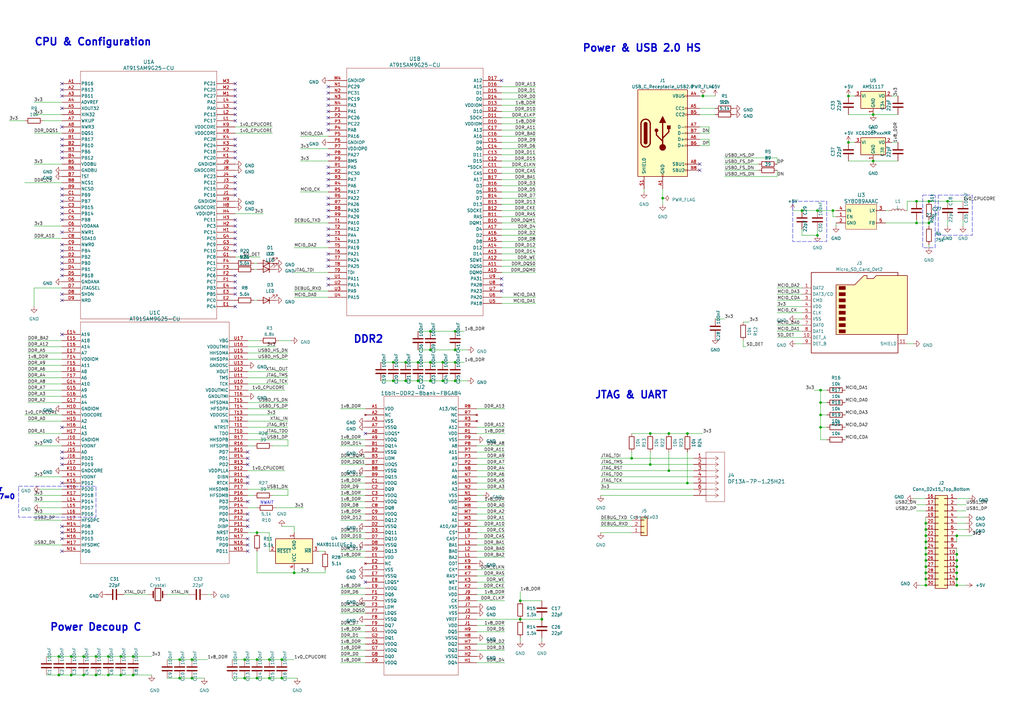
<source format=kicad_sch>
(kicad_sch (version 20230121) (generator eeschema)
  (paper "A3")
  (junction (at 176.53 148.59))
  (junction (at 39.37 269.24))
  (junction (at 288.29 39.37))
  (junction (at 44.45 269.24))
  (junction (at 54.61 276.86))
  (junction (at 335.28 86.36))
  (junction (at 24.13 276.86))
  (junction (at 381 91.44))
  (junction (at 379.73 234.95))
  (junction (at 29.21 269.24))
  (junction (at 110.49 278.13))
  (junction (at 392.43 237.49))
  (junction (at 336.55 175.26))
  (junction (at 379.73 217.17))
  (junction (at 105.41 270.51))
  (junction (at 73.66 270.51))
  (junction (at 171.45 148.59))
  (junction (at 34.29 276.86))
  (junction (at 274.32 193.04))
  (junction (at 176.53 135.89))
  (junction (at 266.7 177.8))
  (junction (at 271.78 81.28))
  (junction (at 379.73 214.63))
  (junction (at 49.53 276.86))
  (junction (at 49.53 269.24))
  (junction (at 379.73 224.79))
  (junction (at 379.73 237.49))
  (junction (at 392.43 229.87))
  (junction (at 54.61 269.24))
  (junction (at 115.57 270.51))
  (junction (at 392.43 232.41))
  (junction (at 336.55 160.02))
  (junction (at 120.65 234.95))
  (junction (at 266.7 190.5))
  (junction (at 379.73 240.03))
  (junction (at 73.66 278.13))
  (junction (at 222.25 254))
  (junction (at 379.73 222.25))
  (junction (at 24.13 269.24))
  (junction (at 392.43 240.03))
  (junction (at 186.69 143.51))
  (junction (at 379.73 219.71))
  (junction (at 347.98 39.37))
  (junction (at 100.33 278.13))
  (junction (at 166.37 148.59))
  (junction (at 336.55 165.1))
  (junction (at 186.69 135.89))
  (junction (at 171.45 156.21))
  (junction (at 176.53 156.21))
  (junction (at 274.32 177.8))
  (junction (at 105.41 218.44))
  (junction (at 176.53 143.51))
  (junction (at 39.37 276.86))
  (junction (at 161.29 148.59))
  (junction (at 379.73 232.41))
  (junction (at 34.29 269.24))
  (junction (at 375.92 91.44))
  (junction (at 392.43 234.95))
  (junction (at 186.69 148.59))
  (junction (at 381 82.55))
  (junction (at 213.36 246.38))
  (junction (at 181.61 156.21))
  (junction (at 336.55 170.18))
  (junction (at 100.33 270.51))
  (junction (at 328.93 86.36))
  (junction (at 388.62 82.55))
  (junction (at 29.21 276.86))
  (junction (at 341.63 86.36))
  (junction (at 375.92 82.55))
  (junction (at 78.74 278.13))
  (junction (at 392.43 227.33))
  (junction (at 213.36 254))
  (junction (at 392.43 219.71))
  (junction (at 105.41 278.13))
  (junction (at 335.28 96.52))
  (junction (at 44.45 276.86))
  (junction (at 281.94 177.8))
  (junction (at 110.49 270.51))
  (junction (at 379.73 227.33))
  (junction (at 358.14 66.04))
  (junction (at 259.08 187.96))
  (junction (at 78.74 270.51))
  (junction (at 358.14 46.99))
  (junction (at 181.61 148.59))
  (junction (at 379.73 229.87))
  (junction (at 161.29 156.21))
  (junction (at 281.94 198.12))
  (junction (at 347.98 58.42))
  (junction (at 166.37 156.21))
  (junction (at 115.57 278.13))
  (junction (at 186.69 156.21))
  (no_connect (at 134.62 86.36))
  (no_connect (at 134.62 71.12))
  (no_connect (at 287.02 69.85))
  (no_connect (at 25.4 36.83))
  (no_connect (at 134.62 96.52))
  (no_connect (at 25.4 105.41))
  (no_connect (at 96.52 118.11))
  (no_connect (at 96.52 64.77))
  (no_connect (at 25.4 34.29))
  (no_connect (at 96.52 36.83))
  (no_connect (at 134.62 63.5))
  (no_connect (at 134.62 93.98))
  (no_connect (at 101.6 195.58))
  (no_connect (at 134.62 50.8))
  (no_connect (at 96.52 115.57))
  (no_connect (at 25.4 226.06))
  (no_connect (at 25.4 52.07))
  (no_connect (at 25.4 120.65))
  (no_connect (at 25.4 59.69))
  (no_connect (at 25.4 110.49))
  (no_connect (at 101.6 215.9))
  (no_connect (at 134.62 43.18))
  (no_connect (at 101.6 205.74))
  (no_connect (at 101.6 223.52))
  (no_connect (at 134.62 109.22))
  (no_connect (at 205.74 119.38))
  (no_connect (at 101.6 198.12))
  (no_connect (at 96.52 113.03))
  (no_connect (at 134.62 81.28))
  (no_connect (at 134.62 73.66))
  (no_connect (at 25.4 100.33))
  (no_connect (at 25.4 187.96))
  (no_connect (at 25.4 77.47))
  (no_connect (at 96.52 74.93))
  (no_connect (at 96.52 41.91))
  (no_connect (at 96.52 46.99))
  (no_connect (at 25.4 123.19))
  (no_connect (at 96.52 102.87))
  (no_connect (at 101.6 226.06))
  (no_connect (at 205.74 114.3))
  (no_connect (at 149.86 238.76))
  (no_connect (at 25.4 113.03))
  (no_connect (at 134.62 88.9))
  (no_connect (at 101.6 190.5))
  (no_connect (at 96.52 72.39))
  (no_connect (at 25.4 107.95))
  (no_connect (at 101.6 187.96))
  (no_connect (at 96.52 44.45))
  (no_connect (at 134.62 35.56))
  (no_connect (at 205.74 33.02))
  (no_connect (at 96.52 90.17))
  (no_connect (at 25.4 90.17))
  (no_connect (at 96.52 80.01))
  (no_connect (at 101.6 185.42))
  (no_connect (at 25.4 80.01))
  (no_connect (at 134.62 76.2))
  (no_connect (at 96.52 34.29))
  (no_connect (at 25.4 190.5))
  (no_connect (at 96.52 77.47))
  (no_connect (at 134.62 116.84))
  (no_connect (at 96.52 97.79))
  (no_connect (at 25.4 87.63))
  (no_connect (at 101.6 213.36))
  (no_connect (at 134.62 83.82))
  (no_connect (at 96.52 120.65))
  (no_connect (at 25.4 185.42))
  (no_connect (at 287.02 67.31))
  (no_connect (at 101.6 220.98))
  (no_connect (at 149.86 177.8))
  (no_connect (at 96.52 125.73))
  (no_connect (at 205.74 116.84))
  (no_connect (at 25.4 95.25))
  (no_connect (at 96.52 95.25))
  (no_connect (at 25.4 220.98))
  (no_connect (at 134.62 99.06))
  (no_connect (at 134.62 114.3))
  (no_connect (at 25.4 39.37))
  (no_connect (at 134.62 106.68))
  (no_connect (at 96.52 62.23))
  (no_connect (at 25.4 175.26))
  (no_connect (at 134.62 104.14))
  (no_connect (at 96.52 59.69))
  (no_connect (at 25.4 64.77))
  (no_connect (at 96.52 92.71))
  (no_connect (at 96.52 49.53))
  (no_connect (at 25.4 102.87))
  (no_connect (at 25.4 62.23))
  (no_connect (at 134.62 53.34))
  (no_connect (at 134.62 40.64))
  (no_connect (at 25.4 85.09))
  (no_connect (at 96.52 39.37))
  (no_connect (at 134.62 45.72))
  (no_connect (at 134.62 48.26))
  (no_connect (at 134.62 38.1))
  (no_connect (at 25.4 198.12))
  (no_connect (at 25.4 137.16))
  (no_connect (at 96.52 100.33))
  (no_connect (at 25.4 44.45))
  (no_connect (at 25.4 82.55))
  (no_connect (at 96.52 57.15))
  (no_connect (at 134.62 68.58))
  (no_connect (at 25.4 218.44))
  (no_connect (at 25.4 57.15))
  (no_connect (at 25.4 215.9))
  (no_connect (at 101.6 210.82))
  (wire (pts (xy 106.68 139.7) (xy 101.6 139.7)))
  (wire (pts (xy 264.16 78.74) (xy 264.16 77.47)))
  (wire (pts (xy 195.58 264.16) (xy 207.01 264.16)))
  (wire (pts (xy 54.61 269.24) (xy 62.23 269.24)))
  (wire (pts (xy 11.43 149.86) (xy 25.4 149.86)))
  (wire (pts (xy 34.29 276.86) (xy 39.37 276.86)))
  (wire (pts (xy 101.6 208.28) (xy 105.41 208.28)))
  (wire (pts (xy 347.98 39.37) (xy 350.52 39.37)))
  (wire (pts (xy 118.11 203.2) (xy 118.11 200.66)))
  (wire (pts (xy 379.73 234.95) (xy 379.73 237.49)))
  (wire (pts (xy 328.93 96.52) (xy 335.28 96.52)))
  (wire (pts (xy 34.29 269.24) (xy 39.37 269.24)))
  (wire (pts (xy 246.38 187.96) (xy 259.08 187.96)))
  (wire (pts (xy 11.43 144.78) (xy 25.4 144.78)))
  (wire (pts (xy 379.73 232.41) (xy 379.73 234.95)))
  (wire (pts (xy 195.58 200.66) (xy 207.01 200.66)))
  (wire (pts (xy 54.61 276.86) (xy 62.23 276.86)))
  (wire (pts (xy 195.58 259.08) (xy 207.01 259.08)))
  (wire (pts (xy 13.97 118.11) (xy 25.4 118.11)))
  (wire (pts (xy 195.58 185.42) (xy 207.01 185.42)))
  (wire (pts (xy 336.55 175.26) (xy 336.55 180.34)))
  (wire (pts (xy 11.43 152.4) (xy 25.4 152.4)))
  (wire (pts (xy 105.41 218.44) (xy 110.49 218.44)))
  (wire (pts (xy 195.58 213.36) (xy 207.01 213.36)))
  (wire (pts (xy 195.58 243.84) (xy 207.01 243.84)))
  (wire (pts (xy 318.77 72.39) (xy 318.77 69.85)))
  (wire (pts (xy 139.7 220.98) (xy 149.86 220.98)))
  (wire (pts (xy 195.58 220.98) (xy 207.01 220.98)))
  (wire (pts (xy 104.14 123.19) (xy 105.41 123.19)))
  (wire (pts (xy 139.7 167.64) (xy 149.86 167.64)))
  (wire (pts (xy 139.7 228.6) (xy 149.86 228.6)))
  (wire (pts (xy 205.74 81.28) (xy 219.71 81.28)))
  (wire (pts (xy 205.74 63.5) (xy 219.71 63.5)))
  (wire (pts (xy 139.7 261.62) (xy 149.86 261.62)))
  (wire (pts (xy 336.55 170.18) (xy 339.09 170.18)))
  (wire (pts (xy 336.55 165.1) (xy 339.09 165.1)))
  (wire (pts (xy 11.43 157.48) (xy 25.4 157.48)))
  (wire (pts (xy 95.25 270.51) (xy 100.33 270.51)))
  (wire (pts (xy 118.11 147.32) (xy 101.6 147.32)))
  (wire (pts (xy 10.16 170.18) (xy 25.4 170.18)))
  (wire (pts (xy 78.74 278.13) (xy 83.82 278.13)))
  (wire (pts (xy 116.84 160.02) (xy 101.6 160.02)))
  (wire (pts (xy 205.74 76.2) (xy 219.71 76.2)))
  (wire (pts (xy 44.45 276.86) (xy 49.53 276.86)))
  (wire (pts (xy 16.51 208.28) (xy 25.4 208.28)))
  (wire (pts (xy 171.45 148.59) (xy 176.53 148.59)))
  (wire (pts (xy 139.7 266.7) (xy 149.86 266.7)))
  (wire (pts (xy 101.6 218.44) (xy 105.41 218.44)))
  (wire (pts (xy 379.73 219.71) (xy 379.73 222.25)))
  (wire (pts (xy 347.98 66.04) (xy 358.14 66.04)))
  (wire (pts (xy 95.25 278.13) (xy 100.33 278.13)))
  (wire (pts (xy 205.74 99.06) (xy 219.71 99.06)))
  (wire (pts (xy 205.74 71.12) (xy 219.71 71.12)))
  (wire (pts (xy 139.7 205.74) (xy 149.86 205.74)))
  (wire (pts (xy 379.73 204.47) (xy 374.65 204.47)))
  (wire (pts (xy 11.43 154.94) (xy 25.4 154.94)))
  (wire (pts (xy 104.14 110.49) (xy 105.41 110.49)))
  (wire (pts (xy 336.55 160.02) (xy 336.55 165.1)))
  (wire (pts (xy 246.38 190.5) (xy 266.7 190.5)))
  (wire (pts (xy 13.97 41.91) (xy 25.4 41.91)))
  (wire (pts (xy 392.43 232.41) (xy 392.43 229.87)))
  (wire (pts (xy 120.65 215.9) (xy 120.65 218.44)))
  (wire (pts (xy 392.43 237.49) (xy 392.43 234.95)))
  (wire (pts (xy 13.97 223.52) (xy 25.4 223.52)))
  (wire (pts (xy 195.58 195.58) (xy 207.01 195.58)))
  (wire (pts (xy 39.37 276.86) (xy 44.45 276.86)))
  (wire (pts (xy 328.93 93.98) (xy 328.93 96.52)))
  (wire (pts (xy 195.58 256.54) (xy 207.01 256.54)))
  (wire (pts (xy 118.11 182.88) (xy 118.11 180.34)))
  (wire (pts (xy 100.33 270.51) (xy 105.41 270.51)))
  (wire (pts (xy 118.11 144.78) (xy 101.6 144.78)))
  (wire (pts (xy 195.58 241.3) (xy 207.01 241.3)))
  (wire (pts (xy 336.55 165.1) (xy 336.55 170.18)))
  (wire (pts (xy 101.6 200.66) (xy 118.11 200.66)))
  (wire (pts (xy 120.65 119.38) (xy 134.62 119.38)))
  (wire (pts (xy 205.74 124.46) (xy 219.71 124.46)))
  (wire (pts (xy 336.55 160.02) (xy 339.09 160.02)))
  (wire (pts (xy 111.76 54.61) (xy 96.52 54.61)))
  (wire (pts (xy 347.98 58.42) (xy 350.52 58.42)))
  (wire (pts (xy 195.58 190.5) (xy 207.01 190.5)))
  (wire (pts (xy 336.55 175.26) (xy 339.09 175.26)))
  (wire (pts (xy 161.29 156.21) (xy 166.37 156.21)))
  (wire (pts (xy 120.65 111.76) (xy 134.62 111.76)))
  (wire (pts (xy 176.53 156.21) (xy 181.61 156.21)))
  (wire (pts (xy 392.43 219.71) (xy 392.43 222.25)))
  (wire (pts (xy 11.43 172.72) (xy 25.4 172.72)))
  (wire (pts (xy 110.49 270.51) (xy 115.57 270.51)))
  (wire (pts (xy 219.71 40.64) (xy 205.74 40.64)))
  (wire (pts (xy 139.7 241.3) (xy 149.86 241.3)))
  (wire (pts (xy 205.74 91.44) (xy 219.71 91.44)))
  (wire (pts (xy 381 91.44) (xy 381 92.71)))
  (wire (pts (xy 287.02 54.61) (xy 290.83 54.61)))
  (wire (pts (xy 133.35 234.95) (xy 133.35 233.68)))
  (wire (pts (xy 318.77 125.73) (xy 328.93 125.73)))
  (wire (pts (xy 13.97 97.79) (xy 25.4 97.79)))
  (wire (pts (xy 205.74 48.26) (xy 219.71 48.26)))
  (wire (pts (xy 86.36 243.84) (xy 85.09 243.84)))
  (wire (pts (xy 139.7 269.24) (xy 149.86 269.24)))
  (wire (pts (xy 118.11 165.1) (xy 101.6 165.1)))
  (wire (pts (xy 372.11 82.55) (xy 375.92 82.55)))
  (wire (pts (xy 105.41 226.06) (xy 105.41 234.95)))
  (wire (pts (xy 77.47 243.84) (xy 68.58 243.84)))
  (wire (pts (xy 120.65 101.6) (xy 134.62 101.6)))
  (wire (pts (xy 118.11 172.72) (xy 101.6 172.72)))
  (wire (pts (xy 290.83 59.69) (xy 290.83 57.15)))
  (wire (pts (xy 10.16 74.93) (xy 25.4 74.93)))
  (wire (pts (xy 379.73 237.49) (xy 379.73 240.03)))
  (wire (pts (xy 297.18 69.85) (xy 311.15 69.85)))
  (wire (pts (xy 195.58 193.04) (xy 207.01 193.04)))
  (wire (pts (xy 318.77 118.11) (xy 328.93 118.11)))
  (wire (pts (xy 205.74 78.74) (xy 219.71 78.74)))
  (wire (pts (xy 39.37 269.24) (xy 44.45 269.24)))
  (wire (pts (xy 139.7 248.92) (xy 149.86 248.92)))
  (wire (pts (xy 13.97 213.36) (xy 25.4 213.36)))
  (wire (pts (xy 13.97 182.88) (xy 25.4 182.88)))
  (wire (pts (xy 181.61 148.59) (xy 186.69 148.59)))
  (wire (pts (xy 205.74 50.8) (xy 219.71 50.8)))
  (wire (pts (xy 139.7 251.46) (xy 149.86 251.46)))
  (wire (pts (xy 120.65 234.95) (xy 120.65 233.68)))
  (wire (pts (xy 195.58 226.06) (xy 207.01 226.06)))
  (wire (pts (xy 293.37 39.37) (xy 288.29 39.37)))
  (wire (pts (xy 105.41 278.13) (xy 110.49 278.13)))
  (wire (pts (xy 334.01 160.02) (xy 336.55 160.02)))
  (wire (pts (xy 195.58 182.88) (xy 207.01 182.88)))
  (wire (pts (xy 318.77 64.77) (xy 318.77 67.31)))
  (wire (pts (xy 195.58 167.64) (xy 207.01 167.64)))
  (wire (pts (xy 113.03 208.28) (xy 124.46 208.28)))
  (wire (pts (xy 195.58 175.26) (xy 207.01 175.26)))
  (wire (pts (xy 318.77 135.89) (xy 328.93 135.89)))
  (wire (pts (xy 13.97 54.61) (xy 25.4 54.61)))
  (wire (pts (xy 326.39 130.81) (xy 328.93 130.81)))
  (wire (pts (xy 166.37 156.21) (xy 171.45 156.21)))
  (wire (pts (xy 195.58 228.6) (xy 207.01 228.6)))
  (wire (pts (xy 377.19 240.03) (xy 379.73 240.03)))
  (wire (pts (xy 246.38 203.2) (xy 284.48 203.2)))
  (wire (pts (xy 195.58 238.76) (xy 207.01 238.76)))
  (wire (pts (xy 13.97 92.71) (xy 25.4 92.71)))
  (wire (pts (xy 13.97 210.82) (xy 25.4 210.82)))
  (wire (pts (xy 205.74 109.22) (xy 219.71 109.22)))
  (wire (pts (xy 246.38 215.9) (xy 259.08 215.9)))
  (wire (pts (xy 392.43 227.33) (xy 392.43 224.79)))
  (wire (pts (xy 392.43 240.03) (xy 396.24 240.03)))
  (wire (pts (xy 195.58 210.82) (xy 207.01 210.82)))
  (wire (pts (xy 379.73 212.09) (xy 379.73 214.63)))
  (wire (pts (xy 388.62 82.55) (xy 394.97 82.55)))
  (wire (pts (xy 341.63 88.9) (xy 341.63 86.36)))
  (wire (pts (xy 195.58 233.68) (xy 207.01 233.68)))
  (wire (pts (xy 297.18 72.39) (xy 318.77 72.39)))
  (wire (pts (xy 111.76 52.07) (xy 96.52 52.07)))
  (wire (pts (xy 392.43 240.03) (xy 392.43 237.49)))
  (wire (pts (xy 205.74 43.18) (xy 219.71 43.18)))
  (wire (pts (xy 379.73 222.25) (xy 379.73 224.79)))
  (wire (pts (xy 205.74 83.82) (xy 219.71 83.82)))
  (wire (pts (xy 274.32 177.8) (xy 281.94 177.8)))
  (wire (pts (xy 246.38 200.66) (xy 284.48 200.66)))
  (wire (pts (xy 293.37 46.99) (xy 287.02 46.99)))
  (wire (pts (xy 13.97 118.11) (xy 13.97 125.73)))
  (wire (pts (xy 246.38 218.44) (xy 259.08 218.44)))
  (wire (pts (xy 186.69 143.51) (xy 191.77 143.51)))
  (wire (pts (xy 139.7 190.5) (xy 149.86 190.5)))
  (wire (pts (xy 11.43 142.24) (xy 25.4 142.24)))
  (wire (pts (xy 139.7 226.06) (xy 149.86 226.06)))
  (wire (pts (xy 78.74 270.51) (xy 85.09 270.51)))
  (wire (pts (xy 171.45 156.21) (xy 176.53 156.21)))
  (wire (pts (xy 195.58 236.22) (xy 207.01 236.22)))
  (wire (pts (xy 363.22 91.44) (xy 375.92 91.44)))
  (wire (pts (xy 119.38 139.7) (xy 114.3 139.7)))
  (wire (pts (xy 392.43 212.09) (xy 396.24 212.09)))
  (wire (pts (xy 307.34 132.08) (xy 304.8 132.08)))
  (wire (pts (xy 222.25 262.89) (xy 222.25 261.62)))
  (wire (pts (xy 213.36 254) (xy 222.25 254)))
  (wire (pts (xy 379.73 224.79) (xy 379.73 227.33)))
  (wire (pts (xy 120.65 234.95) (xy 133.35 234.95)))
  (wire (pts (xy 392.43 234.95) (xy 392.43 232.41)))
  (wire (pts (xy 195.58 271.78) (xy 207.01 271.78)))
  (wire (pts (xy 118.11 167.64) (xy 101.6 167.64)))
  (wire (pts (xy 336.55 170.18) (xy 336.55 175.26)))
  (wire (pts (xy 297.18 67.31) (xy 311.15 67.31)))
  (wire (pts (xy 394.97 90.17) (xy 394.97 92.71)))
  (wire (pts (xy 205.74 60.96) (xy 219.71 60.96)))
  (wire (pts (xy 205.74 35.56) (xy 219.71 35.56)))
  (wire (pts (xy 372.11 86.36) (xy 372.11 82.55)))
  (wire (pts (xy 139.7 198.12) (xy 149.86 198.12)))
  (wire (pts (xy 100.33 278.13) (xy 105.41 278.13)))
  (wire (pts (xy 372.11 140.97) (xy 374.65 140.97)))
  (wire (pts (xy 110.49 278.13) (xy 115.57 278.13)))
  (wire (pts (xy 388.62 90.17) (xy 388.62 92.71)))
  (wire (pts (xy 118.11 152.4) (xy 101.6 152.4)))
  (wire (pts (xy 13.97 46.99) (xy 25.4 46.99)))
  (wire (pts (xy 139.7 259.08) (xy 149.86 259.08)))
  (wire (pts (xy 16.51 200.66) (xy 25.4 200.66)))
  (wire (pts (xy 29.21 276.86) (xy 34.29 276.86)))
  (wire (pts (xy 24.13 276.86) (xy 29.21 276.86)))
  (wire (pts (xy 266.7 177.8) (xy 274.32 177.8)))
  (wire (pts (xy 120.65 215.9) (xy 115.57 215.9)))
  (wire (pts (xy 11.43 162.56) (xy 25.4 162.56)))
  (wire (pts (xy 205.74 73.66) (xy 219.71 73.66)))
  (wire (pts (xy 24.13 269.24) (xy 29.21 269.24)))
  (wire (pts (xy 139.7 243.84) (xy 149.86 243.84)))
  (wire (pts (xy 392.43 209.55) (xy 396.24 209.55)))
  (wire (pts (xy 375.92 91.44) (xy 381 91.44)))
  (wire (pts (xy 392.43 219.71) (xy 398.78 219.71)))
  (wire (pts (xy 115.57 278.13) (xy 121.92 278.13)))
  (wire (pts (xy 328.93 86.36) (xy 335.28 86.36)))
  (wire (pts (xy 11.43 160.02) (xy 25.4 160.02)))
  (wire (pts (xy 266.7 185.42) (xy 266.7 190.5)))
  (wire (pts (xy 13.97 67.31) (xy 25.4 67.31)))
  (wire (pts (xy 365.76 39.37) (xy 368.3 39.37)))
  (wire (pts (xy 288.29 39.37) (xy 287.02 39.37)))
  (wire (pts (xy 186.69 156.21) (xy 191.77 156.21)))
  (wire (pts (xy 13.97 203.2) (xy 25.4 203.2)))
  (wire (pts (xy 205.74 106.68) (xy 219.71 106.68)))
  (wire (pts (xy 205.74 68.58) (xy 219.71 68.58)))
  (wire (pts (xy 25.4 147.32) (xy 11.43 147.32)))
  (wire (pts (xy 101.6 177.8) (xy 118.11 177.8)))
  (wire (pts (xy 139.7 200.66) (xy 149.86 200.66)))
  (wire (pts (xy 139.7 210.82) (xy 149.86 210.82)))
  (wire (pts (xy 195.58 177.8) (xy 207.01 177.8)))
  (wire (pts (xy 271.78 81.28) (xy 271.78 77.47)))
  (wire (pts (xy 50.8 243.84) (xy 60.96 243.84)))
  (wire (pts (xy 379.73 209.55) (xy 375.92 209.55)))
  (wire (pts (xy 123.19 55.88) (xy 134.62 55.88)))
  (wire (pts (xy 120.65 121.92) (xy 134.62 121.92)))
  (wire (pts (xy 123.19 78.74) (xy 134.62 78.74)))
  (wire (pts (xy 139.7 271.78) (xy 149.86 271.78)))
  (wire (pts (xy 139.7 203.2) (xy 149.86 203.2)))
  (wire (pts (xy 195.58 187.96) (xy 207.01 187.96)))
  (wire (pts (xy 104.14 107.95) (xy 105.41 107.95)))
  (wire (pts (xy 342.9 92.71) (xy 342.9 91.44)))
  (wire (pts (xy 3.81 49.53) (xy 10.16 49.53)))
  (wire (pts (xy 375.92 90.17) (xy 375.92 91.44)))
  (wire (pts (xy 161.29 148.59) (xy 166.37 148.59)))
  (wire (pts (xy 205.74 58.42) (xy 219.71 58.42)))
  (wire (pts (xy 318.77 120.65) (xy 328.93 120.65)))
  (wire (pts (xy 195.58 254) (xy 213.36 254)))
  (wire (pts (xy 205.74 88.9) (xy 219.71 88.9)))
  (wire (pts (xy 365.76 58.42) (xy 368.3 58.42)))
  (wire (pts (xy 198.12 203.2) (xy 195.58 203.2)))
  (wire (pts (xy 111.76 203.2) (xy 118.11 203.2)))
  (wire (pts (xy 107.95 87.63) (xy 96.52 87.63)))
  (wire (pts (xy 379.73 217.17) (xy 379.73 219.71)))
  (wire (pts (xy 205.74 96.52) (xy 219.71 96.52)))
  (wire (pts (xy 318.77 138.43) (xy 328.93 138.43)))
  (wire (pts (xy 11.43 139.7) (xy 25.4 139.7)))
  (wire (pts (xy 246.38 213.36) (xy 259.08 213.36)))
  (wire (pts (xy 381 90.17) (xy 381 91.44)))
  (wire (pts (xy 205.74 45.72) (xy 219.71 45.72)))
  (wire (pts (xy 139.7 256.54) (xy 149.86 256.54)))
  (wire (pts (xy 392.43 214.63) (xy 396.24 214.63)))
  (wire (pts (xy 111.76 182.88) (xy 118.11 182.88)))
  (wire (pts (xy 246.38 193.04) (xy 274.32 193.04)))
  (wire (pts (xy 11.43 177.8) (xy 25.4 177.8)))
  (wire (pts (xy 379.73 214.63) (xy 379.73 217.17)))
  (wire (pts (xy 139.7 187.96) (xy 149.86 187.96)))
  (wire (pts (xy 156.21 148.59) (xy 161.29 148.59)))
  (wire (pts (xy 335.28 86.36) (xy 341.63 86.36)))
  (wire (pts (xy 171.45 143.51) (xy 176.53 143.51)))
  (wire (pts (xy 195.58 266.7) (xy 207.01 266.7)))
  (wire (pts (xy 358.14 46.99) (xy 368.3 46.99)))
  (wire (pts (xy 347.98 46.99) (xy 358.14 46.99)))
  (wire (pts (xy 290.83 57.15) (xy 287.02 57.15)))
  (wire (pts (xy 49.53 276.86) (xy 54.61 276.86)))
  (wire (pts (xy 259.08 187.96) (xy 284.48 187.96)))
  (wire (pts (xy 186.69 135.89) (xy 190.5 135.89)))
  (wire (pts (xy 274.32 185.42) (xy 274.32 193.04)))
  (wire (pts (xy 266.7 190.5) (xy 284.48 190.5)))
  (wire (pts (xy 176.53 148.59) (xy 181.61 148.59)))
  (wire (pts (xy 13.97 205.74) (xy 25.4 205.74)))
  (wire (pts (xy 205.74 55.88) (xy 219.71 55.88)))
  (wire (pts (xy 281.94 185.42) (xy 281.94 198.12)))
  (wire (pts (xy 118.11 157.48) (xy 101.6 157.48)))
  (wire (pts (xy 205.74 53.34) (xy 219.71 53.34)))
  (wire (pts (xy 195.58 218.44) (xy 207.01 218.44)))
  (wire (pts (xy 195.58 198.12) (xy 207.01 198.12)))
  (wire (pts (xy 139.7 180.34) (xy 149.86 180.34)))
  (wire (pts (xy 19.05 269.24) (xy 24.13 269.24)))
  (wire (pts (xy 186.69 148.59) (xy 190.5 148.59)))
  (wire (pts (xy 139.7 208.28) (xy 149.86 208.28)))
  (wire (pts (xy 336.55 180.34) (xy 339.09 180.34)))
  (wire (pts (xy 392.43 217.17) (xy 396.24 217.17)))
  (wire (pts (xy 281.94 177.8) (xy 288.29 177.8)))
  (wire (pts (xy 379.73 227.33) (xy 379.73 229.87)))
  (wire (pts (xy 139.7 195.58) (xy 149.86 195.58)))
  (wire (pts (xy 139.7 218.44) (xy 149.86 218.44)))
  (wire (pts (xy 115.57 270.51) (xy 120.65 270.51)))
  (wire (pts (xy 375.92 82.55) (xy 381 82.55)))
  (wire (pts (xy 195.58 208.28) (xy 207.01 208.28)))
  (wire (pts (xy 290.83 52.07) (xy 290.83 54.61)))
  (wire (pts (xy 49.53 269.24) (xy 54.61 269.24)))
  (wire (pts (xy 363.22 86.36) (xy 364.49 86.36)))
  (wire (pts (xy 335.28 93.98) (xy 335.28 96.52)))
  (wire (pts (xy 105.41 234.95) (xy 120.65 234.95)))
  (wire (pts (xy 118.11 180.34) (xy 101.6 180.34)))
  (wire (pts (xy 271.78 83.82) (xy 271.78 81.28)))
  (wire (pts (xy 166.37 148.59) (xy 171.45 148.59)))
  (wire (pts (xy 205.74 66.04) (xy 219.71 66.04)))
  (wire (pts (xy 120.65 91.44) (xy 134.62 91.44)))
  (wire (pts (xy 274.32 193.04) (xy 284.48 193.04)))
  (wire (pts (xy 297.18 64.77) (xy 318.77 64.77)))
  (wire (pts (xy 213.36 246.38) (xy 222.25 246.38)))
  (wire (pts (xy 156.21 156.21) (xy 161.29 156.21)))
  (wire (pts (xy 205.74 121.92) (xy 219.71 121.92)))
  (wire (pts (xy 11.43 165.1) (xy 25.4 165.1)))
  (wire (pts (xy 123.19 60.96) (xy 134.62 60.96)))
  (wire (pts (xy 73.66 270.51) (xy 78.74 270.51)))
  (wire (pts (xy 195.58 223.52) (xy 207.01 223.52)))
  (wire (pts (xy 105.41 270.51) (xy 110.49 270.51)))
  (wire (pts (xy 213.36 242.57) (xy 213.36 246.38)))
  (wire (pts (xy 130.81 226.06) (xy 133.35 226.06)))
  (wire (pts (xy 17.78 49.53) (xy 25.4 49.53)))
  (wire (pts (xy 195.58 205.74) (xy 207.01 205.74)))
  (wire (pts (xy 293.37 44.45) (xy 287.02 44.45)))
  (wire (pts (xy 205.74 86.36) (xy 219.71 86.36)))
  (wire (pts (xy 341.63 86.36) (xy 342.9 86.36)))
  (wire (pts (xy 205.74 101.6) (xy 219.71 101.6)))
  (wire (pts (xy 171.45 135.89) (xy 176.53 135.89)))
  (wire (pts (xy 113.03 142.24) (xy 101.6 142.24)))
  (wire (pts (xy 297.18 130.81) (xy 293.37 130.81)))
  (wire (pts (xy 181.61 156.21) (xy 186.69 156.21)))
  (wire (pts (xy 379.73 229.87) (xy 379.73 232.41)))
  (wire (pts (xy 259.08 185.42) (xy 259.08 187.96)))
  (wire (pts (xy 205.74 93.98) (xy 219.71 93.98)))
  (wire (pts (xy 19.05 276.86) (xy 24.13 276.86)))
  (wire (pts (xy 101.6 175.26) (xy 118.11 175.26)))
  (wire (pts (xy 205.74 38.1) (xy 219.71 38.1)))
  (wire (pts (xy 96.52 105.41) (xy 106.68 105.41)))
  (wire (pts (xy 392.43 229.87) (xy 392.43 227.33)))
  (wire (pts (xy 381 82.55) (xy 388.62 82.55)))
  (wire (pts (xy 116.84 193.04) (xy 101.6 193.04)))
  (wire (pts (xy 246.38 195.58) (xy 284.48 195.58)))
  (wire (pts (xy 392.43 204.47) (xy 397.51 204.47)))
  (wire (pts (xy 392.43 207.01) (xy 396.24 207.01)))
  (wire (pts (xy 281.94 198.12) (xy 284.48 198.12)))
  (wire (pts (xy 246.38 198.12) (xy 281.94 198.12)))
  (wire (pts (xy 68.58 278.13) (xy 73.66 278.13)))
  (wire (pts (xy 176.53 143.51) (xy 186.69 143.51)))
  (wire (pts (xy 139.7 213.36) (xy 149.86 213.36)))
  (wire (pts (xy 259.08 177.8) (xy 266.7 177.8)))
  (wire (pts (xy 110.49 218.44) (xy 110.49 226.06)))
  (wire (pts (xy 306.07 142.24) (xy 304.8 142.24)))
  (wire (pts (xy 205.74 104.14) (xy 219.71 104.14)))
  (wire (pts (xy 44.45 269.24) (xy 49.53 269.24)))
  (wire (pts (xy 68.58 270.51) (xy 73.66 270.51)))
  (wire (pts (xy 325.12 86.36) (xy 328.93 86.36)))
  (wire (pts (xy 358.14 66.04) (xy 368.3 66.04)))
  (wire (pts (xy 139.7 182.88) (xy 149.86 182.88)))
  (wire (pts (xy 287.02 52.07) (xy 290.83 52.07)))
  (wire (pts (xy 29.21 269.24) (xy 34.29 269.24)))
  (wire (pts (xy 381 100.33) (xy 381 101.6)))
  (wire (pts (xy 205.74 111.76) (xy 219.71 111.76)))
  (wire (pts (xy 287.02 59.69) (xy 290.83 59.69)))
  (wire (pts (xy 195.58 246.38) (xy 207.01 246.38)))
  (wire (pts (xy 318.77 123.19) (xy 328.93 123.19)))
  (wire (pts (xy 118.11 154.94) (xy 101.6 154.94)))
  (wire (pts (xy 113.03 170.18) (xy 101.6 170.18)))
  (wire (pts (xy 13.97 195.58) (xy 25.4 195.58)))
  (wire (pts (xy 104.14 182.88) (xy 101.6 182.88)))
  (wire (pts (xy 342.9 88.9) (xy 341.63 88.9)))
  (wire (pts (xy 73.66 278.13) (xy 78.74 278.13)))
  (wire (pts (xy 139.7 264.16) (xy 149.86 264.16)))
  (wire (pts (xy 176.53 135.89) (xy 186.69 135.89)))
  (wire (pts (xy 318.77 133.35) (xy 328.93 133.35)))
  (wire (pts (xy 326.39 140.97) (xy 328.93 140.97)))
  (wire (pts (xy 123.19 66.04) (xy 134.62 66.04)))
  (wire (pts (xy 318.77 128.27) (xy 328.93 128.27)))
  (wire (pts (xy 195.58 215.9) (xy 207.01 215.9)))
  (wire (pts (xy 304.8 142.24) (xy 304.8 139.7)))
  (wire (pts (xy 379.73 207.01) (xy 375.92 207.01)))
  (wire (pts (xy 213.36 261.62) (xy 213.36 262.89)))
  (wire (pts (xy 101.6 203.2) (xy 104.14 203.2)))
  (rectangle (start 325.12 82.55) (end 339.09 99.06) (stroke (width 0) (type dash)))
  (rectangle (start 378.46 80.01) (end 383.54 101.6) (stroke (width 0) (type dash)))
  (rectangle (start 7.62 199.39) (end 39.37 212.09) (stroke (width 0) (type dash)))
  (rectangle (start 384.81 80.01) (end 398.78 96.52) (stroke (width 0) (type dash)))
  (text "CPU & Configuration\n" (at 13.97 19.05 0) (effects (font (size 3 3) (thickness 0.6) bold) (justify left bottom)))
  (text "NWAIT" (at 106.68 207.01 0) (effects (font (size 1.27 1.27)) (justify left bottom)))
  (text "SlimARM Carambola\nv1r1 APPROVAL\nthis version:\n1. fixed SDIO pull-up\n2. added extension IO" (at -68.58 29.21 0) (effects (font (size 3 3) (thickness 0.6) bold) (justify left bottom)))
  (text "Power & USB 2.0 HS" (at 238.76 21.59 0) (effects (font (size 3 3) (thickness 0.6) bold) (justify left bottom)))
  (text "JTAG & UART" (at 243.84 163.83 0) (effects (font (size 3 3) (thickness 0.6) bold) (justify left bottom)))
  (text "DDR2" (at 144.78 140.97 0) (effects (font (size 3 3) (thickness 0.6) bold) (justify left bottom)))
  (text "Power Decoup C" (at 20.32 259.08 0) (effects (font (size 3 3) (thickness 0.6) bold) (justify left bottom)))
  (text "board part number\nD14=1 D16=1 D17=0 \nD18=1 D20=0" (at -27.94 208.28 0) (effects (font (size 2 2) (thickness 0.6) bold) (justify left bottom)))
  (label "USB2_DN" (at 375.92 207.01 180))
  (label "DDR_A5" (at 207.01 198.12 180))
  (label "DDR_D1" (at 139.7 261.62 0))
  (label "DDR_A5" (at 11.43 144.78 0))
  (label "3v3" (at 318.77 125.73 0))
  (label "MCI0_DA2" (at 346.71 175.26 0))
  (label "1v8_DDR" (at 207.01 205.74 180))
  (label "DDR_RAS" (at 207.01 236.22 180))
  (label "DDR_D7" (at 139.7 256.54 0))
  (label "3v3" (at 334.01 160.02 180))
  (label "DEBUG_RXD" (at 246.38 215.9 0))
  (label "USB2_DN" (at 13.97 223.52 0))
  (label "DDR_A3" (at 11.43 162.56 0))
  (label "DDR_A11" (at 207.01 185.42 180))
  (label "MCI0_CK" (at 318.77 128.27 0))
  (label "DDR_D8" (at 219.71 99.06 180))
  (label "JTAG_TDI" (at 120.65 111.76 0))
  (label "DDR_D11" (at 219.71 63.5 180))
  (label "JTAG_TDO" (at 246.38 195.58 0))
  (label "DDR_D14" (at 219.71 104.14 180))
  (label "MCI0_DA3" (at 318.77 120.65 0))
  (label "SD_DET" (at 306.07 142.24 0))
  (label "1v0_CPUCORE" (at 111.76 52.07 180))
  (label "JTAG_TMS" (at 118.11 154.94 180))
  (label "MCI0_DA0" (at 120.65 121.92 0))
  (label "JTAG_TCK" (at 246.38 198.12 0))
  (label "DDR_CKE" (at 207.01 241.3 180))
  (label "3v3" (at 13.97 210.82 0))
  (label "SD_DET" (at 106.68 105.41 180))
  (label "3v3" (at 398.78 219.71 0))
  (label "JTAG_TDI" (at 246.38 187.96 0))
  (label "1v8_DDR" (at 11.43 147.32 0))
  (label "DDR_CLKP" (at 207.01 246.38 180))
  (label "MCI0_DA2" (at 318.77 118.11 0))
  (label "JTAG_RST" (at 118.11 175.26 180))
  (label "DDR_CLKN" (at 219.71 68.58 180))
  (label "1v8_DDR" (at 190.5 135.89 0))
  (label "DDR_D5" (at 219.71 78.74 180))
  (label "3v3" (at 368.3 39.37 90))
  (label "DDR_A1" (at 11.43 177.8 0))
  (label "1v0_CPUCORE" (at 111.76 54.61 180))
  (label "1v8_DDR" (at 368.3 58.42 90))
  (label "JTAG_RST" (at 246.38 193.04 0))
  (label "MCI0_CDA" (at 346.71 180.34 0))
  (label "JTAG_TCK" (at 118.11 157.48 180))
  (label "1v0_CPUCORE" (at 394.97 82.55 0))
  (label "MCI0_DA3" (at 219.71 121.92 180))
  (label "3v3" (at 13.97 203.2 0))
  (label "1v0_CPUCORE" (at 116.84 193.04 180))
  (label "1v8_DDR" (at 139.7 167.64 0))
  (label "DDR_CAS" (at 219.71 71.12 180))
  (label "USBD_HS_DN" (at 118.11 144.78 180))
  (label "USBD_FS_DP" (at 118.11 167.64 180))
  (label "MCI0_DA3" (at 346.71 170.18 0))
  (label "1v8_DDR" (at 139.7 205.74 0))
  (label "DDR_D4" (at 219.71 93.98 180))
  (label "DDR_BA0" (at 207.01 226.06 180))
  (label "1v8_DDR" (at 219.71 43.18 180))
  (label "USB1_DP" (at 396.24 209.55 0))
  (label "MCI0_DA2" (at 120.65 101.6 0))
  (label "1v8_DDR" (at 139.7 198.12 0))
  (label "DDR_D6" (at 219.71 60.96 180))
  (label "DDR_WE" (at 207.01 238.76 180))
  (label "1v8_DDR" (at 139.7 180.34 0))
  (label "MCI0_CDA" (at 123.19 55.88 0))
  (label "DDR_DQM0" (at 219.71 111.76 180))
  (label "1v8_DDR" (at 207.01 243.84 180))
  (label "1v8_DDR" (at 139.7 271.78 0))
  (label "DDR_D3" (at 219.71 76.2 180))
  (label "1v8_DDR" (at 139.7 228.6 0))
  (label "1v0_CPUCORE" (at 120.65 270.51 0))
  (label "DDR_A11" (at 219.71 53.34 180))
  (label "3v3" (at 13.97 46.99 0))
  (label "DEBUG_TXD" (at 246.38 213.36 0))
  (label "DDR_CLKN" (at 207.01 233.68 180))
  (label "1v8_DDR" (at 213.36 242.57 0))
  (label "1v0_CPUCORE" (at 116.84 160.02 180))
  (label "MCI0_DA1" (at 346.71 160.02 0))
  (label "DDR_BA0" (at 219.71 55.88 180))
  (label "USB1_DN" (at 118.11 200.66 180))
  (label "DDR_DQS1" (at 139.7 190.5 0))
  (label "USBD_FS_DP" (at 297.18 67.31 0))
  (label "DDR_CAS" (at 207.01 220.98 180))
  (label "DDR_A3" (at 207.01 200.66 180))
  (label "3v3" (at 246.38 200.66 0))
  (label "3v3" (at 13.97 41.91 0))
  (label "3v3" (at 123.19 60.96 0))
  (label "DP" (at 290.83 59.69 180))
  (label "DDR_D5" (at 207.01 259.08 180))
  (label "DDR_DQS0" (at 139.7 251.46 0))
  (label "DDR_CLKP" (at 219.71 48.26 180))
  (label "DDR_A1" (at 207.01 213.36 180))
  (label "1v0_CPUCORE" (at 10.16 170.18 0))
  (label "DDR_RAS" (at 219.71 88.9 180))
  (label "DDR_A0" (at 11.43 172.72 0))
  (label "DDR_D15" (at 139.7 195.58 0))
  (label "DDR_CS" (at 207.01 218.44 180))
  (label "XTAL_IN" (at 77.47 243.84 180))
  (label "3v3" (at 113.03 142.24 180))
  (label "3v3" (at 13.97 67.31 0))
  (label "DDR_D10" (at 219.71 45.72 180))
  (label "JTAG_TDO" (at 118.11 177.8 180))
  (label "3v3" (at 107.95 87.63 180))
  (label "DEBUG_TXD" (at 120.65 91.44 0))
  (label "DDR_A6" (at 207.01 195.58 180))
  (label "DDR_D11" (at 139.7 218.44 0))
  (label "DDR_A8" (at 11.43 157.48 0))
  (label "1v8_DDR" (at 207.01 256.54 180))
  (label "MCI0_CDA" (at 318.77 123.19 0))
  (label "1v8_DDR" (at 139.7 259.08 0))
  (label "USBD_FS_DN" (at 118.11 165.1 180))
  (label "1v8_DDR" (at 139.7 210.82 0))
  (label "1v8_DDR" (at 219.71 50.8 180))
  (label "DDR_D13" (at 139.7 226.06 0))
  (label "USBD_HS_DN" (at 297.18 72.39 0))
  (label "DDR_A12" (at 207.01 175.26 180))
  (label "DDR_DQM0" (at 139.7 248.92 0))
  (label "DDR_D12" (at 219.71 101.6 180))
  (label "1v8_DDR" (at 207.01 177.8 180))
  (label "DDR_CKE" (at 219.71 86.36 180))
  (label "DDR_A10" (at 13.97 97.79 0))
  (label "3v3" (at 398.78 219.71 0))
  (label "DDR_D8" (at 139.7 208.28 0))
  (label "DDR_A4" (at 11.43 154.94 0))
  (label "1v8_DDR" (at 139.7 264.16 0))
  (label "DP" (at 318.77 67.31 0))
  (label "DDR_BA2" (at 11.43 139.7 0))
  (label "DDR_D7" (at 219.71 81.28 180))
  (label "DDR_BA1" (at 219.71 73.66 180))
  (label "3v3" (at 13.97 92.71 0))
  (label "XTAL_OUT" (at 50.8 243.84 0))
  (label "XTAL_IN" (at 118.11 172.72 180))
  (label "DDR_A0" (at 207.01 208.28 180))
  (label "MCI0_DA0" (at 318.77 133.35 0))
  (label "3v3" (at 62.23 269.24 0))
  (label "MCI0_DA1" (at 219.71 124.46 180))
  (label "DDR_D9" (at 219.71 58.42 180))
  (label "DDR_D12" (at 139.7 213.36 0))
  (label "DEBUG_RXD" (at 120.65 119.38 0))
  (label "DDR_D0" (at 139.7 269.24 0))
  (label "USBD_HS_DP" (at 118.11 147.32 180))
  (label "3v3" (at 123.19 66.04 0))
  (label "3v3" (at 3.81 49.53 0))
  (label "DDR_A7" (at 207.01 190.5 180))
  (label "3v3" (at 297.18 130.81 0))
  (label "DDR_D9" (at 139.7 200.66 0))
  (label "DDR_A7" (at 11.43 160.02 0))
  (label "DDR_DQS0" (at 219.71 109.22 180))
  (label "DDR_D13" (at 219.71 83.82 180))
  (label "DDR_A13" (at 219.71 35.56 180))
  (label "DDR_D4" (at 207.01 271.78 180))
  (label "USBD_FS_DN" (at 297.18 69.85 0))
  (label "1v8_DDR" (at 139.7 203.2 0))
  (label "USB2_DP" (at 375.92 209.55 180))
  (label "DDR_DQM1" (at 219.71 91.44 180))
  (label "DDR_D2" (at 219.71 96.52 180))
  (label "3v3" (at 113.03 170.18 180))
  (label "DDR_A10" (at 207.01 215.9 180))
  (label "DDR_WE" (at 219.71 106.68 180))
  (label "DDR_CS" (at 13.97 74.93 0))
  (label "DDR_A13" (at 207.01 167.64 180))
  (label "3v3" (at 123.19 234.95 0))
  (label "MCI0_DA1" (at 318.77 135.89 0))
  (label "DDR_A9" (at 207.01 187.96 180))
  (label "DDR_BA2" (at 207.01 228.6 180))
  (label "1v8_DDR" (at 139.7 266.7 0))
  (label "MCI0_CK" (at 123.19 78.74 0))
  (label "3v3" (at 124.46 208.28 180))
  (label "DN" (at 290.83 54.61 180))
  (label "USB1_DN" (at 396.24 207.01 0))
  (label "JTAG_TMS" (at 246.38 190.5 0))
  (label "1v8_DDR" (at 85.09 270.51 0))
  (label "DDR_A9" (at 11.43 149.86 0))
  (label "SD_DET" (at 318.77 138.43 0))
  (label "XTAL_OUT" (at 118.11 152.4 180))
  (label "3v3" (at 307.34 132.08 0))
  (label "USB2_DP" (at 13.97 213.36 0))
  (label "DDR_D1" (at 219.71 38.1 180))
  (label "DDR_A12" (at 11.43 142.24 0))
  (label "DDR_A8" (at 207.01 182.88 180))
  (label "3v3" (at 13.97 195.58 0))
  (label "DDR_A6" (at 11.43 152.4 0))
  (label "DDR_D10" (at 139.7 220.98 0))
  (label "MCI0_DA0" (at 346.71 165.1 0))
  (label "DDR_D0" (at 219.71 40.64 180))
  (label "DDR_A4" (at 207.01 193.04 180))
  (label "DDR_D14" (at 139.7 182.88 0))
  (label "DDR_D3" (at 207.01 266.7 180))
  (label "DDR_BA1" (at 207.01 223.52 180))
  (label "DDR_D15" (at 219.71 66.04 180))
  (label "1v8_DDR" (at 139.7 241.3 0))
  (label "3v3" (at 288.29 177.8 0))
  (label "DDR_D6" (at 139.7 243.84 0))
  (label "USB1_DP" (at 118.11 180.34 180))
  (label "DDR_DQS1" (at 13.97 54.61 0))
  (label "USBD_HS_DP" (at 297.18 64.77 0))
  (label "DDR_A2" (at 207.01 210.82 180))
  (label "DN" (at 318.77 72.39 0))
  (label "3v3" (at 13.97 205.74 0))
  (label "3v3" (at 13.97 182.88 0))
  (label "1v8_DDR" (at 190.5 148.59 0))
  (label "DDR_DQM1" (at 139.7 187.96 0))
  (label "DDR_A2" (at 11.43 165.1 0))
  (label "DDR_D2" (at 207.01 264.16 180))
  (symbol (lib_id "Device:R") (at 213.36 250.19 180) (unit 1)
    (property "Reference" "R15" (at 215.9 249.555 0) (effects (justify right)))
    (property "Value" "1.5k" (at 215.9 252.095 0) (effects (justify right)))
    (property "Footprint" "jlywxy:0603" (effects hide))
  )
  (symbol (lib_id "Device:C") (at 161.29 152.4 180) (unit 1)
    (property "Reference" "C20" (at 162.56 153.67 90) (effects (justify left)))
    (property "Value" "100nF" (at 162.56 144.78 90) (effects (justify left)))
    (property "Footprint" "jlywxy:0402" (effects hide))
  )
  (symbol (lib_id "Device:R") (at 100.33 110.49 270) (unit 1)
    (property "Reference" "R21" (at 100.33 105.41 90))
    (property "Value" "5.6k" (at 100.33 107.95 90))
    (property "Footprint" "jlywxy:0603" (effects hide))
  )
  (symbol (lib_id "power:+5V") (at 325.12 86.36 0) (unit 1)
    (property "Reference" "#PWR049" (effects hide))
    (property "Value" "+5V" (at 325.12 82.55 0))
  )
  (symbol (lib_id "Device:R") (at 107.95 182.88 90) (unit 1)
    (property "Reference" "R26" (at 107.95 177.8 90))
    (property "Value" "39" (at 107.95 180.34 90))
    (property "Footprint" "jlywxy:0603" (effects hide))
  )
  (symbol (lib_id "Device:C") (at 375.92 86.36 0) (unit 1)
    (property "Reference" "C27" (at 382.27 85.725 0) (effects (justify left)))
    (property "Value" "22pF" (at 379.73 88.265 0) (effects (justify left)))
    (property "Footprint" "jlywxy:0402" (effects hide))
  )
  (symbol (lib_id "power:GND") (at 381 101.6 0) (unit 1)
    (property "Reference" "#PWR012" (effects hide))
    (property "Value" "GND" (at 381 106.68 0))
  )
  (symbol (lib_id "power:GND") (at 342.9 92.71 0) (unit 1)
    (property "Reference" "#PWR050" (effects hide))
    (property "Value" "GND" (at 342.9 97.79 0))
  )
  (symbol (lib_id "Device:C") (at 49.53 273.05 180) (unit 1)
    (property "Reference" "C7" (at 50.8 274.32 90) (effects (justify left)))
    (property "Value" "100nF" (at 50.8 265.43 90) (effects (justify left)))
    (property "Footprint" "jlywxy:0402" (effects hide))
  )
  (symbol (lib_id "Device:R") (at 381 96.52 180) (unit 1)
    (property "Reference" "R4" (at 383.54 95.885 0) (effects (justify right)))
    (property "Value" "75k" (at 383.54 98.425 0) (effects (justify right)))
    (property "Footprint" "jlywxy:0603" (effects hide))
  )
  (symbol (lib_id "power:+5V") (at 396.24 240.03 270) (unit 1)
    (property "Reference" "#PWR071" (effects hide))
    (property "Value" "+5V" (at 400.05 240.03 90) (effects (justify left)))
  )
  (symbol (lib_id "Device:C") (at 171.45 139.7 180) (unit 1)
    (property "Reference" "C36" (at 172.72 140.97 90) (effects (justify left)))
    (property "Value" "100nF" (at 172.72 132.08 90) (effects (justify left)))
    (property "Footprint" "jlywxy:0402" (effects hide))
  )
  (symbol (lib_id "Device:C") (at 105.41 274.32 180) (unit 1)
    (property "Reference" "C14" (at 106.68 275.59 90) (effects (justify left)))
    (property "Value" "100nF" (at 106.68 266.7 90) (effects (justify left)))
    (property "Footprint" "jlywxy:0402" (effects hide))
  )
  (symbol (lib_id "Device:LED") (at 109.22 110.49 180) (unit 1)
    (property "Reference" "D2" (at 110.8075 104.14 0))
    (property "Value" "LED" (at 110.8075 106.68 0))
    (property "Footprint" "LED_SMD:LED_0603_1608Metric_Pad1.05x0.95mm_HandSolder" (effects hide))
  )
  (symbol (lib_id "power:GND") (at 121.92 278.13 0) (unit 1)
    (property "Reference" "#PWR066" (effects hide))
    (property "Value" "GND" (at 121.92 283.21 0))
  )
  (symbol (lib_id "power:GND") (at 300.99 46.99 90) (unit 1)
    (property "Reference" "#PWR06" (effects hide))
    (property "Value" "GND" (at 304.8 47.625 90) (effects (justify right)))
  )
  (symbol (lib_id "power:GND") (at 300.99 44.45 90) (unit 1)
    (property "Reference" "#PWR05" (effects hide))
    (property "Value" "GND" (at 304.8 45.085 90) (effects (justify right)))
  )
  (symbol (lib_id "Device:R") (at 281.94 181.61 180) (unit 1)
    (property "Reference" "R24" (at 287.02 181.61 90))
    (property "Value" "10k" (at 284.48 181.61 90))
    (property "Footprint" "jlywxy:0402" (effects hide))
  )
  (symbol (lib_id "Device:R") (at 266.7 181.61 180) (unit 1)
    (property "Reference" "R22" (at 271.78 181.61 90))
    (property "Value" "10k" (at 269.24 181.61 90))
    (property "Footprint" "jlywxy:0402" (effects hide))
  )
  (symbol (lib_id "power:GND") (at 25.4 72.39 270) (unit 1)
    (property "Reference" "#PWR057" (effects hide))
    (property "Value" "GND" (at 21.59 73.025 90) (effects (justify right)))
  )
  (symbol (lib_id "Device:C") (at 68.58 274.32 180) (unit 1)
    (property "Reference" "C9" (at 69.85 275.59 90) (effects (justify left)))
    (property "Value" "100nF" (at 69.85 266.7 90) (effects (justify left)))
    (property "Footprint" "jlywxy:0402" (effects hide))
  )
  (symbol (lib_id "power:GND") (at 96.52 85.09 90) (unit 1)
    (property "Reference" "#PWR025" (effects hide))
    (property "Value" "GND" (at 100.33 85.725 90) (effects (justify right)))
  )
  (symbol (lib_id "power:GND") (at 25.4 69.85 270) (unit 1)
    (property "Reference" "#PWR028" (effects hide))
    (property "Value" "GND" (at 21.59 70.485 90) (effects (justify right)))
  )
  (symbol (lib_id "Device:C") (at 388.62 86.36 0) (unit 1)
    (property "Reference" "C18" (at 389.89 82.55 90))
    (property "Value" "22pF" (at 389.89 88.9 90))
    (property "Footprint" "jlywxy:0402" (effects hide))
  )
  (symbol (lib_id "Device:R") (at 213.36 257.81 180) (unit 1)
    (property "Reference" "R14" (at 215.9 257.175 0) (effects (justify right)))
    (property "Value" "1.5k" (at 215.9 259.715 0) (effects (justify right)))
    (property "Footprint" "jlywxy:0603" (effects hide))
  )
  (symbol (lib_id "jlywxy:AT91SAM9G25-CU") (at 25.4 34.29 0) (unit 1)
    (property "Reference" "U1" (at 60.96 25.4 0) (effects (font (size 1.524 1.524))))
    (property "Value" "AT91SAM9G25-CU" (at 60.96 27.94 0) (effects (font (size 1.524 1.524))))
    (property "Footprint" "jlywxy:AT91SAM9G25_JKT" (effects hide))
    (property "Datasheet" "AT91SAM9G25-CU" (effects hide))
  )
  (symbol (lib_id "Device:R") (at 109.22 208.28 90) (unit 1)
    (property "Reference" "R10" (at 109.22 213.36 90))
    (property "Value" "5.1k" (at 109.22 210.82 90))
    (property "Footprint" "jlywxy:0402" (effects hide))
  )
  (symbol (lib_id "Device:R") (at 342.9 180.34 270) (unit 1)
    (property "Reference" "R25" (at 342.9 173.99 90))
    (property "Value" "10k" (at 342.9 177.8 90))
    (property "Footprint" "jlywxy:0402" (effects hide))
  )
  (symbol (lib_id "power:GND") (at 397.51 204.47 90) (unit 1)
    (property "Reference" "#PWR067" (effects hide))
    (property "Value" "GND" (at 401.32 205.105 90) (effects (justify right)))
  )
  (symbol (lib_id "power:GND") (at 113.03 107.95 90) (unit 1)
    (property "Reference" "#PWR068" (effects hide))
    (property "Value" "GND" (at 116.84 108.585 90) (effects (justify right)))
  )
  (symbol (lib_id "power:GND") (at 25.4 167.64 270) (unit 1)
    (property "Reference" "#PWR030" (effects hide))
    (property "Value" "GND" (at 21.59 168.275 90) (effects (justify right)))
  )
  (symbol (lib_id "power:GND") (at 149.86 246.38 270) (unit 1)
    (property "Reference" "#PWR041" (effects hide))
    (property "Value" "GND" (at 146.05 247.015 90) (effects (justify right)))
  )
  (symbol (lib_id "power:GND") (at 335.28 96.52 0) (unit 1)
    (property "Reference" "#PWR017" (effects hide))
    (property "Value" "GND" (at 335.28 101.6 0))
  )
  (symbol (lib_id "power:GND") (at 394.97 92.71 0) (unit 1)
    (property "Reference" "#PWR013" (effects hide))
    (property "Value" "GND" (at 394.97 97.79 0))
  )
  (symbol (lib_id "Device:C") (at 44.45 273.05 180) (unit 1)
    (property "Reference" "C6" (at 45.72 274.32 90) (effects (justify left)))
    (property "Value" "100nF" (at 45.72 265.43 90) (effects (justify left)))
    (property "Footprint" "jlywxy:0402" (effects hide))
  )
  (symbol (lib_id "Device:C") (at 95.25 274.32 180) (unit 1)
    (property "Reference" "C12" (at 96.52 275.59 90) (effects (justify left)))
    (property "Value" "100nF" (at 96.52 266.7 90) (effects (justify left)))
    (property "Footprint" "jlywxy:0402" (effects hide))
  )
  (symbol (lib_id "Device:C") (at 335.28 90.17 180) (unit 1)
    (property "Reference" "C30" (at 336.55 91.44 90) (effects (justify left)))
    (property "Value" "100nF" (at 336.55 82.55 90) (effects (justify left)))
    (property "Footprint" "jlywxy:0402" (effects hide))
  )
  (symbol (lib_id "power:GND") (at 43.18 243.84 270) (unit 1)
    (property "Reference" "#PWR03" (effects hide))
    (property "Value" "GND" (at 40.64 244.475 90) (effects (justify right)))
  )
  (symbol (lib_id "Device:R") (at 105.41 222.25 180) (unit 1)
    (property "Reference" "R11" (at 107.9551 220.98 0) (effects (justify right)))
    (property "Value" "5.1k" (at 107.9551 223.52 0) (effects (justify right)))
    (property "Footprint" "jlywxy:0402" (effects hide))
  )
  (symbol (lib_id "Device:C") (at 293.37 134.62 180) (unit 1)
    (property "Reference" "C28" (at 294.64 135.89 90) (effects (justify left)))
    (property "Value" "100nF" (at 294.64 127 90) (effects (justify left)))
    (property "Footprint" "jlywxy:0402" (effects hide))
  )
  (symbol (lib_id "Device:C") (at 110.49 274.32 180) (unit 1)
    (property "Reference" "C15" (at 111.76 275.59 90) (effects (justify left)))
    (property "Value" "100nF" (at 111.76 266.7 90) (effects (justify left)))
    (property "Footprint" "jlywxy:0402" (effects hide))
  )
  (symbol (lib_id "Device:R") (at 314.96 69.85 90) (unit 1)
    (property "Reference" "R7" (at 314.96 64.77 90))
    (property "Value" "39" (at 314.96 67.31 90))
    (property "Footprint" "jlywxy:0603" (effects hide))
  )
  (symbol (lib_id "Device:C") (at 347.98 62.23 180) (unit 1)
    (property "Reference" "C37" (at 341.63 62.23 90))
    (property "Value" "22pF" (at 344.17 62.23 90))
    (property "Footprint" "jlywxy:0402" (effects hide))
  )
  (symbol (lib_id "Device:C") (at 368.3 43.18 180) (unit 1)
    (property "Reference" "C34" (at 361.95 43.18 90))
    (property "Value" "22pF" (at 364.49 43.18 90))
    (property "Footprint" "jlywxy:0402" (effects hide))
  )
  (symbol (lib_id "power:+5V") (at 347.98 58.42 0) (unit 1)
    (property "Reference" "#PWR011" (effects hide))
    (property "Value" "+5V" (at 347.98 54.61 0))
  )
  (symbol (lib_id "Device:C") (at 73.66 274.32 180) (unit 1)
    (property "Reference" "C10" (at 74.93 275.59 90) (effects (justify left)))
    (property "Value" "100nF" (at 74.93 266.7 90) (effects (justify left)))
    (property "Footprint" "jlywxy:0402" (effects hide))
  )
  (symbol (lib_id "power:GND") (at 134.62 33.02 270) (unit 1)
    (property "Reference" "#PWR026" (effects hide))
    (property "Value" "GND" (at 130.81 33.655 90) (effects (justify right)))
  )
  (symbol (lib_id "Device:R") (at 342.9 165.1 270) (unit 1)
    (property "Reference" "R17" (at 342.9 160.02 90))
    (property "Value" "10k" (at 342.9 162.56 90))
    (property "Footprint" "jlywxy:0402" (effects hide))
  )
  (symbol (lib_id "Device:C") (at 81.28 243.84 90) (unit 1)
    (property "Reference" "C32" (at 81.28 237.49 90))
    (property "Value" "22pF" (at 81.28 240.03 90))
    (property "Footprint" "jlywxy:0402" (effects hide))
  )
  (symbol (lib_id "Device:C") (at 171.45 152.4 180) (unit 1)
    (property "Reference" "C22" (at 172.72 153.67 90) (effects (justify left)))
    (property "Value" "100nF" (at 172.72 144.78 90) (effects (justify left)))
    (property "Footprint" "jlywxy:0402" (effects hide))
  )
  (symbol (lib_id "power:GND") (at 96.52 82.55 90) (unit 1)
    (property "Reference" "#PWR024" (effects hide))
    (property "Value" "GND" (at 100.33 83.185 90) (effects (justify right)))
  )
  (symbol (lib_id "Device:C") (at 181.61 152.4 180) (unit 1)
    (property "Reference" "C24" (at 182.88 153.67 90) (effects (justify left)))
    (property "Value" "100nF" (at 182.88 144.78 90) (effects (justify left)))
    (property "Footprint" "jlywxy:0402" (effects hide))
  )
  (symbol (lib_id "power:GND") (at 25.4 193.04 270) (unit 1)
    (property "Reference" "#PWR032" (effects hide))
    (property "Value" "GND" (at 21.59 193.675 90) (effects (justify right)))
  )
  (symbol (lib_id "power:GND") (at 113.03 110.49 90) (unit 1)
    (property "Reference" "#PWR069" (effects hide))
    (property "Value" "GND" (at 116.84 111.125 90) (effects (justify right)))
  )
  (symbol (lib_id "Connector_Generic:Conn_02x15_Top_Bottom") (at 387.35 222.25 0) (mirror y) (unit 1)
    (property "Reference" "J2" (at 386.08 198.12 0))
    (property "Value" "Conn_02x15_Top_Bottom" (at 386.08 200.66 0))
    (property "Footprint" "Connector_Hirose:Hirose_DF12_DF12E3.0-30DP-0.5V_2x15_P0.50mm_Vertical" (effects hide))
  )
  (symbol (lib_id "Device:R") (at 342.9 160.02 270) (unit 1)
    (property "Reference" "R16" (at 342.9 154.94 90))
    (property "Value" "10k" (at 342.9 157.48 90))
    (property "Footprint" "jlywxy:0402" (effects hide))
  )
  (symbol (lib_id "Device:C") (at 368.3 62.23 180) (unit 1)
    (property "Reference" "C38" (at 361.95 62.23 90))
    (property "Value" "22pF" (at 364.49 62.23 90))
    (property "Footprint" "jlywxy:0402" (effects hide))
  )
  (symbol (lib_id "power:GND") (at 222.25 262.89 0) (unit 1)
    (property "Reference" "#PWR062" (effects hide))
    (property "Value" "GND" (at 222.25 267.97 0))
  )
  (symbol (lib_id "power:PWR_FLAG") (at 288.29 39.37 0) (unit 1)
    (property "Reference" "#FLG01" (effects hide))
    (property "Value" "PWR_FLAG" (at 288.29 35.56 0))
  )
  (symbol (lib_id "Device:Crystal") (at 64.77 243.84 0) (unit 1)
    (property "Reference" "Y1" (at 64.77 237.49 0))
    (property "Value" "Crystal" (at 64.77 240.03 0))
    (property "Footprint" "Crystal:Crystal_SMD_5032-2Pin_5.0x3.2mm" (effects hide))
  )
  (symbol (lib_id "power:GND") (at 358.14 66.04 0) (unit 1)
    (property "Reference" "#PWR016" (effects hide))
    (property "Value" "GND" (at 358.14 71.12 0))
  )
  (symbol (lib_id "power:GND") (at 195.58 248.92 90) (unit 1)
    (property "Reference" "#PWR046" (effects hide))
    (property "Value" "GND" (at 199.39 249.555 90) (effects (justify right)))
  )
  (symbol (lib_id "power:GND") (at 198.12 203.2 90) (unit 1)
    (property "Reference" "#PWR047" (effects hide))
    (property "Value" "GND" (at 201.93 203.835 90) (effects (justify right)))
  )
  (symbol (lib_id "power:GND") (at 271.78 83.82 0) (unit 1)
    (property "Reference" "#PWR08" (effects hide))
    (property "Value" "GND" (at 271.78 88.9 0))
  )
  (symbol (lib_id "Device:R") (at 297.18 44.45 90) (unit 1)
    (property "Reference" "R1" (at 297.18 39.37 90))
    (property "Value" "5.1k" (at 297.18 41.91 90))
    (property "Footprint" "jlywxy:0402" (effects hide))
  )
  (symbol (lib_id "jlywxy:DF13A-7P-1.25H21") (at 284.48 187.96 0) (unit 1)
    (property "Reference" "J4" (at 298.45 194.945 0) (effects (font (size 1.524 1.524)) (justify left)))
    (property "Value" "DF13A-7P-1.25H21" (at 298.45 197.485 0) (effects (font (size 1.524 1.524)) (justify left)))
    (property "Footprint" "jlywxy:DF13A-7P-1.25H21" (effects hide))
  )
  (symbol (lib_id "jlywxy:AT91SAM9G25-CU") (at 134.62 33.02 0) (unit 2)
    (property "Reference" "U1" (at 170.18 24.13 0) (effects (font (size 1.524 1.524))))
    (property "Value" "AT91SAM9G25-CU" (at 170.18 26.67 0) (effects (font (size 1.524 1.524))))
    (property "Footprint" "jlywxy:AT91SAM9G25_JKT" (effects hide))
    (property "Datasheet" "AT91SAM9G25-CU" (effects hide))
  )
  (symbol (lib_id "Device:C") (at 24.13 273.05 180) (unit 1)
    (property "Reference" "C2" (at 25.4 274.32 90) (effects (justify left)))
    (property "Value" "100nF" (at 25.4 265.43 90) (effects (justify left)))
    (property "Footprint" "jlywxy:0402" (effects hide))
  )
  (symbol (lib_id "jlywxy:SY8089AAAC") (at 353.06 88.9 0) (unit 1)
    (property "Reference" "U3" (at 353.25 80.01 0) (effects (font (size 1.524 1.524))))
    (property "Value" "SY8089AAAC" (at 353.25 82.55 0) (effects (font (size 1.524 1.524))))
    (property "Footprint" "jlywxy:SY8089" (effects hide))
    (property "Datasheet" "SY8089AAAC" (effects hide))
  )
  (symbol (lib_id "power:GND") (at 374.65 140.97 90) (unit 1)
    (property "Reference" "#PWR051" (effects hide))
    (property "Value" "GND" (at 378.46 141.605 90) (effects (justify right)))
  )
  (symbol (lib_id "power:GND") (at 149.86 233.68 270) (unit 1)
    (property "Reference" "#PWR039" (effects hide))
    (property "Value" "GND" (at 146.05 234.315 90) (effects (justify right)))
  )
  (symbol (lib_id "Device:C") (at 29.21 273.05 180) (unit 1)
    (property "Reference" "C3" (at 30.48 274.32 90) (effects (justify left)))
    (property "Value" "100nF" (at 30.48 265.43 90) (effects (justify left)))
    (property "Footprint" "jlywxy:0402" (effects hide))
  )
  (symbol (lib_id "jlywxy:AT91SAM9G25-CU") (at 25.4 137.16 0) (unit 3)
    (property "Reference" "U1" (at 63.5 128.27 0) (effects (font (size 1.524 1.524))))
    (property "Value" "AT91SAM9G25-CU" (at 63.5 130.81 0) (effects (font (size 1.524 1.524))))
    (property "Footprint" "jlywxy:AT91SAM9G25_JKT" (effects hide))
    (property "Datasheet" "AT91SAM9G25-CU" (effects hide))
  )
  (symbol (lib_id "power:GND") (at 13.97 125.73 0) (mirror y) (unit 1)
    (property "Reference" "#PWR056" (effects hide))
    (property "Value" "GND" (at 13.97 130.81 0))
  )
  (symbol (lib_id "Device:R") (at 100.33 107.95 270) (unit 1)
    (property "Reference" "R20" (at 100.33 102.87 90))
    (property "Value" "5.6k" (at 100.33 105.41 90))
    (property "Footprint" "jlywxy:0603" (effects hide))
  )
  (symbol (lib_id "Connector_Generic:Conn_01x03") (at 264.16 215.9 0) (mirror x) (unit 1)
    (property "Reference" "J5" (at 264.16 209.55 0))
    (property "Value" "Conn_01x03" (at 264.16 212.09 0))
    (property "Footprint" "Connector_PinHeader_2.54mm:PinHeader_1x03_P2.54mm_Vertical" (effects hide))
  )
  (symbol (lib_id "Device:C") (at 186.69 139.7 180) (unit 1)
    (property "Reference" "C41" (at 187.96 140.97 90) (effects (justify left)))
    (property "Value" "100nF" (at 187.96 132.08 90) (effects (justify left)))
    (property "Footprint" "jlywxy:0402" (effects hide))
  )
  (symbol (lib_id "Device:R") (at 342.9 170.18 270) (unit 1)
    (property "Reference" "R18" (at 342.9 165.1 90))
    (property "Value" "10k" (at 342.9 167.64 90))
    (property "Footprint" "jlywxy:0402" (effects hide))
  )
  (symbol (lib_id "power:GND") (at 96.52 69.85 90) (unit 1)
    (property "Reference" "#PWR023" (effects hide))
    (property "Value" "GND" (at 100.33 70.485 90) (effects (justify right)))
  )
  (symbol (lib_id "power:GND") (at 195.58 269.24 90) (unit 1)
    (property "Reference" "#PWR043" (effects hide))
    (property "Value" "GND" (at 199.39 269.875 90) (effects (justify right)))
  )
  (symbol (lib_id "Device:LED") (at 109.22 107.95 180) (unit 1)
    (property "Reference" "D1" (at 110.8075 101.6 0))
    (property "Value" "LED" (at 110.8075 104.14 0))
    (property "Footprint" "LED_SMD:LED_0603_1608Metric_Pad1.05x0.95mm_HandSolder" (effects hide))
  )
  (symbol (lib_id "Device:C") (at 115.57 274.32 180) (unit 1)
    (property "Reference" "C16" (at 116.84 275.59 90) (effects (justify left)))
    (property "Value" "100nF" (at 116.84 266.7 90) (effects (justify left)))
    (property "Footprint" "jlywxy:0402" (effects hide))
  )
  (symbol (lib_id "Device:C") (at 176.53 152.4 180) (unit 1)
    (property "Reference" "C23" (at 177.8 153.67 90) (effects (justify left)))
    (property "Value" "100nF" (at 177.8 144.78 90) (effects (justify left)))
    (property "Footprint" "jlywxy:0402" (effects hide))
  )
  (symbol (lib_id "power:GND") (at 101.6 162.56 90) (unit 1)
    (property "Reference" "#PWR021" (effects hide))
    (property "Value" "GND" (at 105.41 163.195 90) (effects (justify right)))
  )
  (symbol (lib_id "power:+5V") (at 293.37 39.37 0) (unit 1)
    (property "Reference" "#PWR09" (effects hide))
    (property "Value" "+5V" (at 293.37 35.56 0))
  )
  (symbol (lib_id "Device:R") (at 133.35 229.87 180) (unit 1)
    (property "Reference" "R28" (at 135.8951 228.6 0) (effects (justify right)))
    (property "Value" "5.1k" (at 135.8951 231.14 0) (effects (justify right)))
    (property "Footprint" "jlywxy:0402" (effects hide))
  )
  (symbol (lib_id "power:GND") (at 191.77 143.51 90) (unit 1)
    (property "Reference" "#PWR058" (effects hide))
    (property "Value" "GND" (at 195.58 144.145 90) (effects (justify right)))
  )
  (symbol (lib_id "power:GND") (at 326.39 130.81 270) (unit 1)
    (property "Reference" "#PWR063" (effects hide))
    (property "Value" "GND" (at 322.58 131.445 90) (effects (justify right)))
  )
  (symbol (lib_id "Device:C") (at 19.05 273.05 180) (unit 1)
    (property "Reference" "C1" (at 20.32 274.32 90) (effects (justify left)))
    (property "Value" "100nF" (at 20.32 265.43 90) (effects (justify left)))
    (property "Footprint" "jlywxy:0402" (effects hide))
  )
  (symbol (lib_id "Device:L") (at 368.3 86.36 90) (unit 1)
    (property "Reference" "L1" (at 368.3 82.55 90))
    (property "Value" "L" (at 368.3 85.09 90))
    (property "Footprint" "Inductor_SMD:L_Sunlord_SWPA3015S" (effects hide))
  )
  (symbol (lib_id "power:GND") (at 396.24 217.17 90) (unit 1)
    (property "Reference" "#PWR076" (effects hide))
    (property "Value" "GND" (at 400.05 217.805 90) (effects (justify right)))
  )
  (symbol (lib_id "power:GND") (at 86.36 243.84 90) (unit 1)
    (property "Reference" "#PWR04" (effects hide))
    (property "Value" "GND" (at 90.17 244.475 90) (effects (justify right)))
  )
  (symbol (lib_id "power:GND") (at 62.23 276.86 0) (unit 1)
    (property "Reference" "#PWR064" (effects hide))
    (property "Value" "GND" (at 63.5 283.21 0))
  )
  (symbol (lib_id "power:GND") (at 396.24 214.63 90) (unit 1)
    (property "Reference" "#PWR074" (effects hide))
    (property "Value" "GND" (at 400.05 215.265 90) (effects (justify right)))
  )
  (symbol (lib_id "power:GND") (at 149.86 215.9 270) (unit 1)
    (property "Reference" "#PWR037" (effects hide))
    (property "Value" "GND" (at 146.05 216.535 90) (effects (justify right)))
  )
  (symbol (lib_id "Device:C") (at 186.69 152.4 180) (unit 1)
    (property "Reference" "C25" (at 187.96 153.67 90) (effects (justify left)))
    (property "Value" "100nF" (at 187.96 144.78 90) (effects (justify left)))
    (property "Footprint" "jlywxy:0402" (effects hide))
  )
  (symbol (lib_id "power:GND") (at 388.62 92.71 0) (unit 1)
    (property "Reference" "#PWR015" (effects hide))
    (property "Value" "GND" (at 388.62 97.79 0))
  )
  (symbol (lib_id "Device:C") (at 39.37 273.05 180) (unit 1)
    (property "Reference" "C5" (at 40.64 274.32 90) (effects (justify left)))
    (property "Value" "100nF" (at 40.64 265.43 90) (effects (justify left)))
    (property "Footprint" "jlywxy:0402" (effects hide))
  )
  (symbol (lib_id "power:GND") (at 191.77 156.21 90) (unit 1)
    (property "Reference" "#PWR060" (effects hide))
    (property "Value" "GND" (at 195.58 156.845 90) (effects (justify right)))
  )
  (symbol (lib_id "power:GND") (at 115.57 215.9 180) (unit 1)
    (property "Reference" "#PWR073" (effects hide))
    (property "Value" "GND" (at 115.57 210.82 0))
  )
  (symbol (lib_id "power:GND") (at 134.62 58.42 270) (unit 1)
    (property "Reference" "#PWR027" (effects hide))
    (property "Value" "GND" (at 130.81 59.055 90) (effects (justify right)))
  )
  (symbol (lib_id "Device:R") (at 314.96 67.31 90) (unit 1)
    (property "Reference" "R5" (at 314.96 62.23 90))
    (property "Value" "39" (at 314.96 64.77 90))
    (property "Footprint" "jlywxy:0603" (effects hide))
  )
  (symbol (lib_id "power:GND") (at 101.6 149.86 90) (unit 1)
    (property "Reference" "#PWR020" (effects hide))
    (property "Value" "GND" (at 105.41 150.495 90) (effects (justify right)))
  )
  (symbol (lib_id "Connector:Micro_SD_Card_Det2") (at 351.79 128.27 0) (unit 1)
    (property "Reference" "J3" (at 352.425 107.95 0))
    (property "Value" "Micro_SD_Card_Det2" (at 352.425 110.49 0))
    (property "Footprint" "Connector_Card:microSD_HC_Molex_104031-0811" (effects hide))
    (property "Datasheet" "https://www.hirose.com/en/product/document?clcode=&productname=&series=DM3&documenttype=Catalog&lang=en&documentid=D49662_en" (effects hide))
  )
  (symbol (lib_id "power:GND") (at 96.52 67.31 90) (unit 1)
    (property "Reference" "#PWR022" (effects hide))
    (property "Value" "GND" (at 100.33 67.945 90) (effects (justify right)))
  )
  (symbol (lib_id "power:GND") (at 195.58 251.46 90) (unit 1)
    (property "Reference" "#PWR045" (effects hide))
    (property "Value" "GND" (at 199.39 252.095 90) (effects (justify right)))
  )
  (symbol (lib_id "power:GND") (at 113.03 123.19 90) (unit 1)
    (property "Reference" "#PWR055" (effects hide))
    (property "Value" "GND" (at 116.84 123.825 90) (effects (justify right)))
  )
  (symbol (lib_id "Device:LED") (at 109.22 123.19 180) (unit 1)
    (property "Reference" "D3" (at 110.8075 116.84 0))
    (property "Value" "LED" (at 110.8075 119.38 0))
    (property "Footprint" "LED_SMD:LED_0603_1608Metric_Pad1.05x0.95mm_HandSolder" (effects hide))
  )
  (symbol (lib_id "Device:C") (at 166.37 152.4 180) (unit 1)
    (property "Reference" "C21" (at 167.64 153.67 90) (effects (justify left)))
    (property "Value" "100nF" (at 167.64 144.78 90) (effects (justify left)))
    (property "Footprint" "jlywxy:0402" (effects hide))
  )
  (symbol (lib_id "power:GND") (at 377.19 240.03 270) (unit 1)
    (property "Reference" "#PWR078" (effects hide))
    (property "Value" "GND" (at 373.38 239.395 90) (effects (justify right)))
  )
  (symbol (lib_id "power:GND") (at 246.38 218.44 0) (unit 1)
    (property "Reference" "#PWR01" (effects hide))
    (property "Value" "GND" (at 246.38 223.52 0))
  )
  (symbol (lib_id "power:GND") (at 16.51 200.66 270) (unit 1)
    (property "Reference" "#PWR053" (effects hide))
    (property "Value" "GND" (at 12.7 201.295 90) (effects (justify right)))
  )
  (symbol (lib_id "Device:C") (at 156.21 152.4 180) (unit 1)
    (property "Reference" "C19" (at 157.48 153.67 90) (effects (justify left)))
    (property "Value" "100nF" (at 157.48 144.78 90) (effects (justify left)))
    (property "Footprint" "jlywxy:0402" (effects hide))
  )
  (symbol (lib_id "power:GND") (at 149.86 223.52 270) (unit 1)
    (property "Reference" "#PWR038" (effects hide))
    (property "Value" "GND" (at 146.05 224.155 90) (effects (justify right)))
  )
  (symbol (lib_id "power:GND") (at 264.16 78.74 0) (unit 1)
    (property "Reference" "#PWR07" (effects hide))
    (property "Value" "GND" (at 264.16 83.82 0))
  )
  (symbol (lib_id "Device:R") (at 381 86.36 0) (unit 1)
    (property "Reference" "R6" (at 382.27 90.17 90))
    (property "Value" "51k" (at 382.27 81.28 90))
    (property "Footprint" "jlywxy:0603" (effects hide))
  )
  (symbol (lib_id "power:GND") (at 149.86 172.72 270) (unit 1)
    (property "Reference" "#PWR033" (effects hide))
    (property "Value" "GND" (at 146.05 173.355 90) (effects (justify right)))
  )
  (symbol (lib_id "power:PWR_FLAG") (at 271.78 81.28 270) (unit 1)
    (property "Reference" "#FLG02" (effects hide))
    (property "Value" "PWR_FLAG" (at 275.59 81.915 90) (effects (justify left)))
  )
  (symbol (lib_id "Device:C") (at 176.53 139.7 180) (unit 1)
    (property "Reference" "C39" (at 177.8 140.97 90) (effects (justify left)))
    (property "Value" "100nF" (at 177.8 132.08 90) (effects (justify left)))
    (property "Footprint" "jlywxy:0402" (effects hide))
  )
  (symbol (lib_id "power:GND") (at 246.38 203.2 0) (unit 1)
    (property "Reference" "#PWR02" (effects hide))
    (property "Value" "GND" (at 246.38 208.28 0))
  )
  (symbol (lib_id "power:GND") (at 195.58 231.14 90) (unit 1)
    (property "Reference" "#PWR059" (effects hide))
    (property "Value" "GND" (at 199.39 231.775 90) (effects (justify right)))
  )
  (symbol (lib_id "power:GND") (at 149.86 175.26 270) (unit 1)
    (property "Reference" "#PWR034" (effects hide))
    (property "Value" "GND" (at 146.05 175.895 90) (effects (justify right)))
  )
  (symbol (lib_id "power:GND") (at 149.86 185.42 270) (unit 1)
    (property "Reference" "#PWR035" (effects hide))
    (property "Value" "GND" (at 146.05 186.055 90) (effects (justify right)))
  )
  (symbol (lib_id "power:GND") (at 119.38 139.7 90) (unit 1)
    (property "Reference" "#PWR018" (effects hide))
    (property "Value" "GND" (at 123.19 140.335 90) (effects (justify right)))
  )
  (symbol (lib_id "Device:C") (at 100.33 274.32 180) (unit 1)
    (property "Reference" "C13" (at 101.6 275.59 90) (effects (justify left)))
    (property "Value" "100nF" (at 101.6 266.7 90) (effects (justify left)))
    (property "Footprint" "jlywxy:0402" (effects hide))
  )
  (symbol (lib_id "power:GND") (at 25.4 180.34 270) (unit 1)
    (property "Reference" "#PWR031" (effects hide))
    (property "Value" "GND" (at 21.59 180.975 90) (effects (justify right)))
  )
  (symbol (lib_id "Regulator_Linear:XC6206PxxxMR") (at 358.14 58.42 0) (unit 1)
    (property "Reference" "U7" (at 358.14 53.34 90))
    (property "Value" "XC6206PxxxMR" (at 358.14 54.61 0))
    (property "Footprint" "Package_TO_SOT_SMD:SOT-89-3" (effects hide))
    (property "Datasheet" "https://www.torexsemi.com/file/xc6206/XC6206.pdf" (effects hide))
  )
  (symbol (lib_id "jlywxy:16bit-DDR2-8bank-FBGA84") (at 149.86 167.64 0) (unit 1)
    (property "Reference" "U2" (at 172.72 158.75 0) (effects (font (size 1.524 1.524))))
    (property "Value" "16bit-DDR2-8bank-FBGA84" (at 172.72 161.29 0) (effects (font (size 1.524 1.524))))
    (property "Footprint" "jlywxy:BGA84_DDR2" (effects hide))
    (property "Datasheet" "K4T1G164QJBCE7" (effects hide))
  )
  (symbol (lib_id "power:GND") (at 16.51 208.28 270) (unit 1)
    (property "Reference" "#PWR054" (effects hide))
    (property "Value" "GND" (at 12.7 208.915 90) (effects (justify right)))
  )
  (symbol (lib_id "power:GND") (at 195.58 261.62 90) (unit 1)
    (property "Reference" "#PWR044" (effects hide))
    (property "Value" "GND" (at 199.39 262.255 90) (effects (justify right)))
  )
  (symbol (lib_id "Device:R") (at 297.18 46.99 90) (unit 1)
    (property "Reference" "R2" (at 297.18 41.91 90))
    (property "Value" "5.1k" (at 297.18 44.45 90))
    (property "Footprint" "jlywxy:0402" (effects hide))
  )
  (symbol (lib_id "power:GND") (at 396.24 212.09 90) (unit 1)
    (property "Reference" "#PWR072" (effects hide))
    (property "Value" "GND" (at 400.05 212.725 90) (effects (justify right)))
  )
  (symbol (lib_id "power:GND") (at 213.36 262.89 0) (unit 1)
    (property "Reference" "#PWR061" (effects hide))
    (property "Value" "GND" (at 213.36 267.97 0))
  )
  (symbol (lib_id "Regulator_Linear:XC6206PxxxMR") (at 358.14 39.37 0) (unit 1)
    (property "Reference" "U5" (at 358.14 33.02 0))
    (property "Value" "AMS1117" (at 358.14 35.56 0))
    (property "Footprint" "Package_TO_SOT_SMD:SOT-89-3" (effects hide))
    (property "Datasheet" "https://www.torexsemi.com/file/xc6206/XC6206.pdf" (effects hide))
  )
  (symbol (lib_id "power:GND") (at 149.86 236.22 270) (unit 1)
    (property "Reference" "#PWR040" (effects hide))
    (property "Value" "GND" (at 146.05 236.855 90) (effects (justify right)))
  )
  (symbol (lib_id "Device:R") (at 304.8 135.89 180) (unit 1)
    (property "Reference" "R12" (at 309.88 135.89 90))
    (property "Value" "10k" (at 307.34 135.89 90))
    (property "Footprint" "jlywxy:0402" (effects hide))
  )
  (symbol (lib_id "Device:R") (at 100.33 123.19 270) (unit 1)
    (property "Reference" "R8" (at 100.33 118.11 90))
    (property "Value" "5.6k" (at 100.33 120.65 90))
    (property "Footprint" "jlywxy:0603" (effects hide))
  )
  (symbol (lib_id "Device:C") (at 222.25 250.19 180) (unit 1)
    (property "Reference" "C17" (at 226.06 249.555 0) (effects (justify right)))
    (property "Value" "22pF" (at 226.06 252.095 0) (effects (justify right)))
    (property "Footprint" "jlywxy:0402" (effects hide))
  )
  (symbol (lib_id "power:GND") (at 358.14 46.99 0) (unit 1)
    (property "Reference" "#PWR014" (effects hide))
    (property "Value" "GND" (at 358.14 52.07 0))
  )
  (symbol (lib_id "Power_Supervisor:MAX811LEUS-T") (at 120.65 226.06 180) (unit 1)
    (property "Reference" "U4" (at 137.16 220.8021 0))
    (property "Value" "MAX811LEUS-T" (at 137.16 223.3421 0))
    (property "Footprint" "Package_TO_SOT_SMD:SOT-143" (effects hide))
    (property "Datasheet" "https://datasheets.maximintegrated.com/en/ds/MAX811-MAX812.pdf" (effects hide))
  )
  (symbol (lib_id "Device:R") (at 107.95 203.2 90) (unit 1)
    (property "Reference" "R27" (at 107.95 198.12 90))
    (property "Value" "39" (at 107.95 200.66 90))
    (property "Footprint" "jlywxy:0603" (effects hide))
  )
  (symbol (lib_id "Connector:USB_C_Receptacle_USB2.0") (at 271.78 54.61 0) (unit 1)
    (property "Reference" "J1" (at 271.78 33.02 0))
    (property "Value" "USB_C_Receptacle_USB2.0" (at 271.78 35.56 0))
    (property "Footprint" "jlywxy:USB_TYPEC_Receptacle" (effects hide))
    (property "Datasheet" "https://www.usb.org/sites/default/files/documents/usb_type-c.zip" (effects hide))
  )
  (symbol (lib_id "Device:R") (at 274.32 181.61 180) (unit 1)
    (property "Reference" "R23" (at 279.4 181.61 90))
    (property "Value" "10k" (at 276.86 181.61 90))
    (property "Footprint" "jlywxy:0402" (effects hide))
  )
  (symbol (lib_id "Device:C") (at 347.98 43.18 180) (unit 1)
    (property "Reference" "C33" (at 341.63 43.18 90))
    (property "Value" "22pF" (at 344.17 43.18 90))
    (property "Footprint" "jlywxy:0402" (effects hide))
  )
  (symbol (lib_id "Device:C") (at 46.99 243.84 90) (unit 1)
    (property "Reference" "C31" (at 46.99 237.49 90))
    (property "Value" "22pF" (at 46.99 240.03 90))
    (property "Footprint" "jlywxy:0402" (effects hide))
  )
  (symbol (lib_id "power:GND") (at 83.82 278.13 0) (unit 1)
    (property "Reference" "#PWR065" (effects hide))
    (property "Value" "GND" (at 83.82 283.21 0))
  )
  (symbol (lib_id "Device:R") (at 342.9 175.26 270) (unit 1)
    (property "Reference" "R19" (at 342.9 170.18 90))
    (property "Value" "10k" (at 342.9 172.72 90))
    (property "Footprint" "jlywxy:0402" (effects hide))
  )
  (symbol (lib_id "Device:R") (at 259.08 181.61 180) (unit 1)
    (property "Reference" "R13" (at 264.16 181.61 90))
    (property "Value" "10k" (at 261.62 181.61 90))
    (property "Footprint" "jlywxy:0402" (effects hide))
  )
  (symbol (lib_id "power:GND") (at 374.65 204.47 270) (unit 1)
    (property "Reference" "#PWR070" (effects hide))
    (property "Value" "GND" (at 370.84 203.835 90) (effects (justify right)))
  )
  (symbol (lib_id "power:+5V") (at 347.98 39.37 0) (unit 1)
    (property "Reference" "#PWR010" (effects hide))
    (property "Value" "+5V" (at 347.98 35.56 0))
  )
  (symbol (lib_id "Device:C") (at 34.29 273.05 180) (unit 1)
    (property "Reference" "C4" (at 35.56 274.32 90) (effects (justify left)))
    (property "Value" "100nF" (at 35.56 265.43 90) (effects (justify left)))
    (property "Footprint" "jlywxy:0402" (effects hide))
  )
  (symbol (lib_id "Device:R") (at 13.97 49.53 270) (unit 1)
    (property "Reference" "R9" (at 13.97 44.45 90))
    (property "Value" "10k" (at 13.97 46.99 90))
    (property "Footprint" "jlywxy:0402" (effects hide))
  )
  (symbol (lib_id "Device:R") (at 110.49 139.7 270) (unit 1)
    (property "Reference" "R3" (at 110.49 134.62 90))
    (property "Value" "6.8k" (at 110.49 137.16 90))
    (property "Footprint" "jlywxy:0603" (effects hide))
  )
  (symbol (lib_id "power:GND") (at 149.86 193.04 270) (unit 1)
    (property "Reference" "#PWR036" (effects hide))
    (property "Value" "GND" (at 146.05 193.675 90) (effects (justify right)))
  )
  (symbol (lib_id "Device:C") (at 394.97 86.36 180) (unit 1)
    (property "Reference" "C35" (at 396.24 87.63 90) (effects (justify left)))
    (property "Value" "100nF" (at 396.24 78.74 90) (effects (justify left)))
    (property "Footprint" "jlywxy:0402" (effects hide))
  )
  (symbol (lib_id "power:GND") (at 326.39 140.97 270) (unit 1)
    (property "Reference" "#PWR052" (effects hide))
    (property "Value" "GND" (at 322.58 141.605 90) (effects (justify right)))
  )
  (symbol (lib_id "power:GND") (at 149.86 254 270) (unit 1)
    (property "Reference" "#PWR042" (effects hide))
    (property "Value" "GND" (at 146.05 254.635 90) (effects (justify right)))
  )
  (symbol (lib_id "power:GND") (at 195.58 180.34 90) (unit 1)
    (property "Reference" "#PWR048" (effects hide))
    (property "Value" "GND" (at 199.39 180.975 90) (effects (justify right)))
  )
  (symbol (lib_id "power:GND") (at 25.4 115.57 270) (unit 1)
    (property "Reference" "#PWR029" (effects hide))
    (property "Value" "GND" (at 21.59 116.205 90) (effects (justify right)))
  )
  (symbol (lib_id "Device:C") (at 328.93 90.17 0) (unit 1)
    (property "Reference" "C29" (at 330.2 86.36 90))
    (property "Value" "22pF" (at 330.2 92.71 90))
    (property "Footprint" "jlywxy:0402" (effects hide))
  )
  (symbol (lib_id "power:GND") (at 293.37 138.43 0) (unit 1)
    (property "Reference" "#PWR019" (effects hide))
    (property "Value" "GND" (at 293.37 143.51 0))
  )
  (symbol (lib_id "Device:C") (at 54.61 273.05 180) (unit 1)
    (property "Reference" "C8" (at 55.88 274.32 90) (effects (justify left)))
    (property "Value" "100nF" (at 55.88 265.43 90) (effects (justify left)))
    (property "Footprint" "jlywxy:0402" (effects hide))
  )
  (symbol (lib_id "Device:C") (at 222.25 257.81 180) (unit 1)
    (property "Reference" "C26" (at 226.06 257.175 0) (effects (justify right)))
    (property "Value" "22pF" (at 226.06 259.715 0) (effects (justify right)))
    (property "Footprint" "jlywxy:0402" (effects hide))
  )
  (symbol (lib_id "Device:C") (at 78.74 274.32 180) (unit 1)
    (property "Reference" "C11" (at 80.01 275.59 90) (effects (justify left)))
    (property "Value" "100nF" (at 80.01 266.7 90) (effects (justify left)))
    (property "Footprint" "jlywxy:0402" (effects hide))
  )
)
</source>
